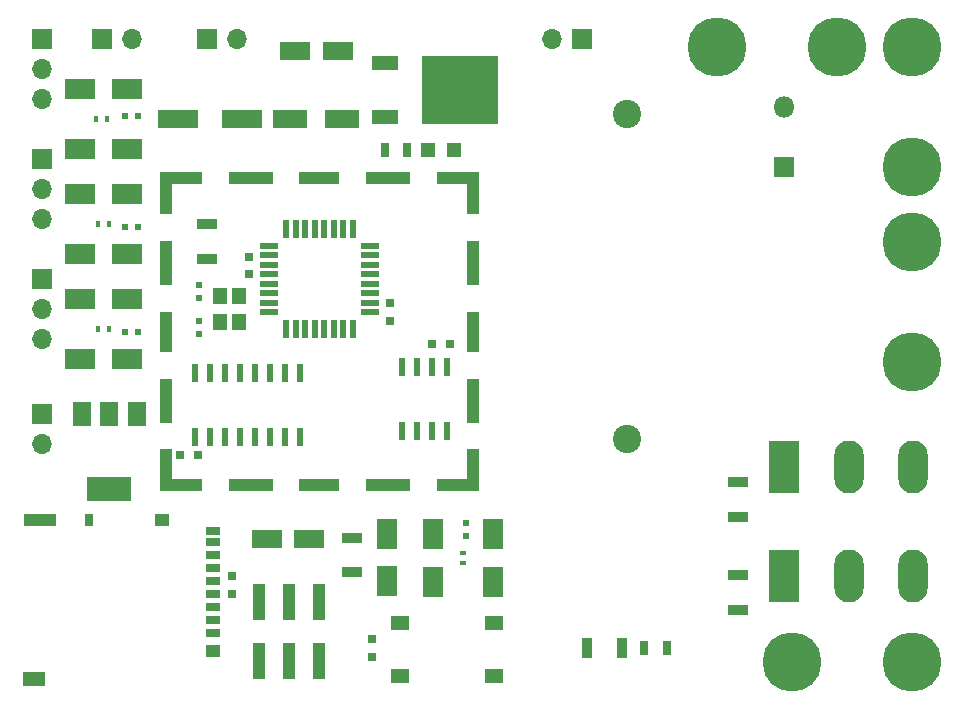
<source format=gbr>
G04 #@! TF.GenerationSoftware,KiCad,Pcbnew,(2017-12-14 revision b47a06e)-master*
G04 #@! TF.CreationDate,2018-01-03T11:33:47-08:00*
G04 #@! TF.ProjectId,Elephant-3,456C657068616E742D332E6B69636164,1*
G04 #@! TF.SameCoordinates,Original*
G04 #@! TF.FileFunction,Soldermask,Top*
G04 #@! TF.FilePolarity,Negative*
%FSLAX46Y46*%
G04 Gerber Fmt 4.6, Leading zero omitted, Abs format (unit mm)*
G04 Created by KiCad (PCBNEW (2017-12-14 revision b47a06e)-master) date Wednesday, January 03, 2018 'AMt' 11:33:47 AM*
%MOMM*%
%LPD*%
G01*
G04 APERTURE LIST*
%ADD10R,3.800000X2.000000*%
%ADD11R,1.500000X2.000000*%
%ADD12R,1.000000X2.570000*%
%ADD13R,1.000000X3.800000*%
%ADD14R,1.000000X3.470000*%
%ADD15R,2.570000X1.000000*%
%ADD16R,3.800000X1.000000*%
%ADD17R,3.470000X1.000000*%
%ADD18R,1.000000X1.000000*%
%ADD19R,0.600000X1.550000*%
%ADD20R,0.500000X0.600000*%
%ADD21R,1.800000X2.500000*%
%ADD22R,0.600000X0.400000*%
%ADD23R,2.500000X1.800000*%
%ADD24C,2.400000*%
%ADD25R,1.800000X1.800000*%
%ADD26O,1.800000X1.800000*%
%ADD27R,1.700000X1.700000*%
%ADD28O,1.700000X1.700000*%
%ADD29C,5.000000*%
%ADD30R,1.200000X0.700000*%
%ADD31R,1.200000X1.000000*%
%ADD32R,0.800000X1.000000*%
%ADD33R,2.800000X1.000000*%
%ADD34R,1.900000X1.300000*%
%ADD35R,2.500000X4.500000*%
%ADD36O,2.500000X4.500000*%
%ADD37R,0.600000X1.500000*%
%ADD38R,0.750000X0.800000*%
%ADD39R,3.500000X1.600000*%
%ADD40R,3.000000X1.600000*%
%ADD41R,0.600000X0.500000*%
%ADD42R,2.600000X1.600000*%
%ADD43R,0.800000X0.750000*%
%ADD44R,1.000000X3.150000*%
%ADD45R,1.200000X1.200000*%
%ADD46R,0.700000X1.300000*%
%ADD47R,0.400000X0.600000*%
%ADD48R,1.700000X0.900000*%
%ADD49R,0.900000X1.700000*%
%ADD50R,1.550000X1.300000*%
%ADD51R,0.550000X1.600000*%
%ADD52R,1.600000X0.550000*%
%ADD53R,1.200000X1.400000*%
%ADD54R,6.400000X5.800000*%
%ADD55R,2.200000X1.200000*%
G04 APERTURE END LIST*
D10*
X127000000Y-109195000D03*
D11*
X127000000Y-102895000D03*
X124700000Y-102895000D03*
X129300000Y-102895000D03*
D12*
X157785000Y-107105000D03*
X131775000Y-107105000D03*
D13*
X157785000Y-101720000D03*
X131775000Y-101720000D03*
D14*
X157785000Y-95885000D03*
X131775000Y-95885000D03*
D13*
X157785000Y-90050000D03*
X131775000Y-90050000D03*
D12*
X157785000Y-84665000D03*
X131775000Y-84665000D03*
D15*
X156000000Y-108890000D03*
X156000000Y-82880000D03*
D16*
X150615000Y-108890000D03*
X150615000Y-82880000D03*
D17*
X144780000Y-108890000D03*
X144780000Y-82880000D03*
D16*
X138945000Y-108890000D03*
X138945000Y-82880000D03*
D15*
X133560000Y-108890000D03*
X133560000Y-82880000D03*
D18*
X131775000Y-108890000D03*
X157785000Y-108890000D03*
X157785000Y-82880000D03*
X131775000Y-82880000D03*
D19*
X151765000Y-98900000D03*
X153035000Y-98900000D03*
X154305000Y-98900000D03*
X155575000Y-98900000D03*
X155575000Y-104300000D03*
X154305000Y-104300000D03*
X153035000Y-104300000D03*
X151765000Y-104300000D03*
D20*
X157226000Y-113199000D03*
X157226000Y-112099000D03*
D21*
X154432000Y-117062000D03*
X154432000Y-113062000D03*
D22*
X156972000Y-115512000D03*
X156972000Y-114612000D03*
D21*
X159512000Y-113062000D03*
X159512000Y-117062000D03*
D23*
X124492000Y-89281000D03*
X128492000Y-89281000D03*
D24*
X170815000Y-104970000D03*
X170815000Y-77470000D03*
D25*
X184150000Y-81915000D03*
D26*
X184150000Y-76835000D03*
D27*
X126365000Y-71120000D03*
D28*
X128905000Y-71120000D03*
D27*
X121285000Y-91440000D03*
D28*
X121285000Y-93980000D03*
X121285000Y-96520000D03*
D27*
X121285000Y-81280000D03*
D28*
X121285000Y-83820000D03*
X121285000Y-86360000D03*
D27*
X121285000Y-71120000D03*
D28*
X121285000Y-73660000D03*
X121285000Y-76200000D03*
D27*
X121285000Y-102870000D03*
D28*
X121285000Y-105410000D03*
D27*
X135255000Y-71120000D03*
D28*
X137795000Y-71120000D03*
D29*
X178435000Y-71755000D03*
X188595000Y-71755000D03*
X194945000Y-81915000D03*
X194945000Y-71755000D03*
X184785000Y-123825000D03*
X194945000Y-123825000D03*
D30*
X135728000Y-112762000D03*
X135728000Y-113712000D03*
X135728000Y-121412000D03*
X135728000Y-120312000D03*
X135728000Y-119212000D03*
X135728000Y-118112000D03*
X135728000Y-117012000D03*
X135728000Y-115912000D03*
X135728000Y-114812000D03*
D31*
X135728000Y-122962000D03*
X131428000Y-111812000D03*
D32*
X125228000Y-111812000D03*
D33*
X121078000Y-111812000D03*
D34*
X120628000Y-125312000D03*
D27*
X167005000Y-71120000D03*
D28*
X164465000Y-71120000D03*
D29*
X194945000Y-88265000D03*
X194945000Y-98425000D03*
D35*
X184150000Y-116586000D03*
D36*
X189600000Y-116586000D03*
X195050000Y-116586000D03*
D35*
X184150000Y-107315000D03*
D36*
X189600000Y-107315000D03*
X195050000Y-107315000D03*
D37*
X134239000Y-104808000D03*
X135509000Y-104808000D03*
X136779000Y-104808000D03*
X138049000Y-104808000D03*
X139319000Y-104808000D03*
X140589000Y-104808000D03*
X141859000Y-104808000D03*
X143129000Y-104808000D03*
X143129000Y-99408000D03*
X141859000Y-99408000D03*
X140589000Y-99408000D03*
X139319000Y-99408000D03*
X138049000Y-99408000D03*
X136779000Y-99408000D03*
X135509000Y-99408000D03*
X134239000Y-99408000D03*
D38*
X138811000Y-89547000D03*
X138811000Y-91047000D03*
X150749000Y-93484000D03*
X150749000Y-94984000D03*
D39*
X138209000Y-77851000D03*
X132809000Y-77851000D03*
D40*
X142326000Y-77851000D03*
X146726000Y-77851000D03*
D41*
X128355000Y-95885000D03*
X129455000Y-95885000D03*
D42*
X143913000Y-113411000D03*
X140313000Y-113411000D03*
D41*
X128355000Y-86995000D03*
X129455000Y-86995000D03*
D20*
X134620000Y-91906000D03*
X134620000Y-93006000D03*
X134620000Y-94954000D03*
X134620000Y-96054000D03*
D41*
X129455000Y-77597000D03*
X128355000Y-77597000D03*
D43*
X132981000Y-106299000D03*
X134481000Y-106299000D03*
D38*
X149225000Y-121920000D03*
X149225000Y-123420000D03*
D43*
X154317000Y-96901000D03*
X155817000Y-96901000D03*
D38*
X137414000Y-116598000D03*
X137414000Y-118098000D03*
D44*
X144780000Y-118760000D03*
X144780000Y-123810000D03*
X142240000Y-118760000D03*
X142240000Y-123810000D03*
X139700000Y-118760000D03*
X139700000Y-123810000D03*
D45*
X156167000Y-80518000D03*
X153967000Y-80518000D03*
D23*
X128492000Y-98171000D03*
X124492000Y-98171000D03*
X128492000Y-93091000D03*
X124492000Y-93091000D03*
X124492000Y-84201000D03*
X128492000Y-84201000D03*
D21*
X150495000Y-113030000D03*
X150495000Y-117030000D03*
D23*
X124492000Y-80391000D03*
X128492000Y-80391000D03*
X124492000Y-75311000D03*
X128492000Y-75311000D03*
D46*
X150307000Y-80518000D03*
X152207000Y-80518000D03*
D47*
X126942000Y-95631000D03*
X126042000Y-95631000D03*
X126042000Y-86741000D03*
X126942000Y-86741000D03*
D48*
X135255000Y-89715000D03*
X135255000Y-86815000D03*
X147574000Y-116258000D03*
X147574000Y-113358000D03*
D47*
X126757000Y-77851000D03*
X125857000Y-77851000D03*
D48*
X180213000Y-119433000D03*
X180213000Y-116533000D03*
D49*
X167460000Y-122682000D03*
X170360000Y-122682000D03*
D48*
X180213000Y-108659000D03*
X180213000Y-111559000D03*
D46*
X172278000Y-122682000D03*
X174178000Y-122682000D03*
D50*
X151595000Y-120559000D03*
X151595000Y-125059000D03*
X159555000Y-125059000D03*
X159555000Y-120559000D03*
D51*
X141980000Y-87190000D03*
X142780000Y-87190000D03*
X143580000Y-87190000D03*
X144380000Y-87190000D03*
X145180000Y-87190000D03*
X145980000Y-87190000D03*
X146780000Y-87190000D03*
X147580000Y-87190000D03*
D52*
X149030000Y-88640000D03*
X149030000Y-89440000D03*
X149030000Y-90240000D03*
X149030000Y-91040000D03*
X149030000Y-91840000D03*
X149030000Y-92640000D03*
X149030000Y-93440000D03*
X149030000Y-94240000D03*
D51*
X147580000Y-95690000D03*
X146780000Y-95690000D03*
X145980000Y-95690000D03*
X145180000Y-95690000D03*
X144380000Y-95690000D03*
X143580000Y-95690000D03*
X142780000Y-95690000D03*
X141980000Y-95690000D03*
D52*
X140530000Y-94240000D03*
X140530000Y-93440000D03*
X140530000Y-92640000D03*
X140530000Y-91840000D03*
X140530000Y-91040000D03*
X140530000Y-90240000D03*
X140530000Y-89440000D03*
X140530000Y-88640000D03*
D42*
X142726000Y-72136000D03*
X146326000Y-72136000D03*
D53*
X137960000Y-92880000D03*
X137960000Y-95080000D03*
X136360000Y-95080000D03*
X136360000Y-92880000D03*
D54*
X156659000Y-75438000D03*
D55*
X150359000Y-77718000D03*
X150359000Y-73158000D03*
M02*

</source>
